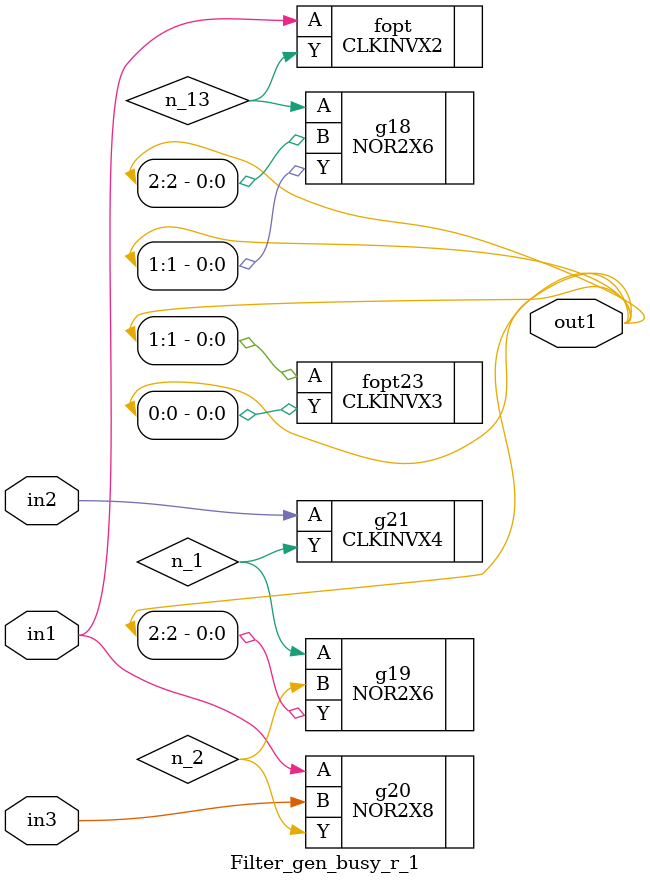
<source format=v>
`timescale 1ps / 1ps


module Filter_gen_busy_r_1(in1, in2, in3, out1);
  input in1, in2, in3;
  output [2:0] out1;
  wire in1, in2, in3;
  wire [2:0] out1;
  wire n_1, n_2, n_13;
  NOR2X6 g18(.A (n_13), .B (out1[2]), .Y (out1[1]));
  NOR2X6 g19(.A (n_1), .B (n_2), .Y (out1[2]));
  NOR2X8 g20(.A (in1), .B (in3), .Y (n_2));
  CLKINVX4 g21(.A (in2), .Y (n_1));
  CLKINVX2 fopt(.A (in1), .Y (n_13));
  CLKINVX3 fopt23(.A (out1[1]), .Y (out1[0]));
endmodule



</source>
